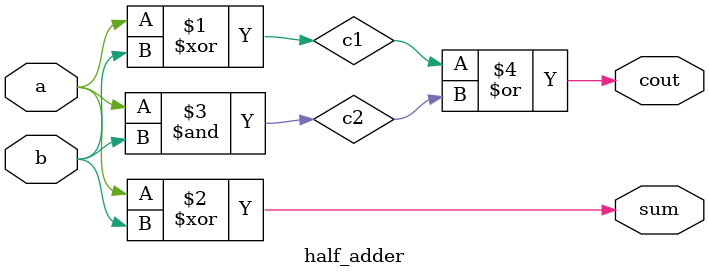
<source format=v>
module half_adder( 
input a, b,
output cout, sum );
	
	wire c1, c2;
	
	xor(c1, a, b);
	xor(sum, a, b);
	and(c2, a, b);
	or(cout, c1, c2);

endmodule

</source>
